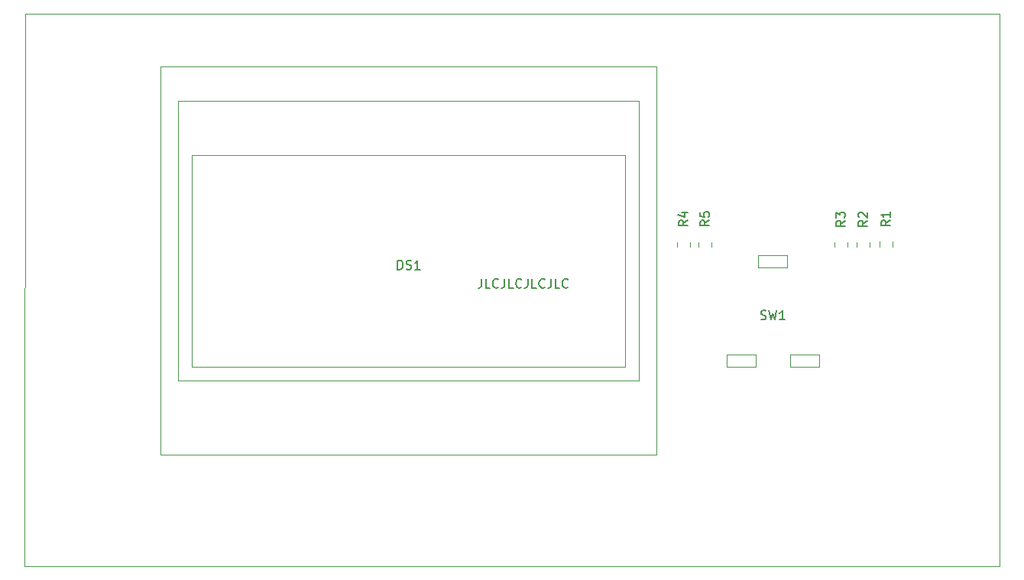
<source format=gbr>
%TF.GenerationSoftware,KiCad,Pcbnew,(5.1.5-0-10_14)*%
%TF.CreationDate,2020-02-25T17:23:16+00:00*%
%TF.ProjectId,Hardware,48617264-7761-4726-952e-6b696361645f,rev?*%
%TF.SameCoordinates,Original*%
%TF.FileFunction,Legend,Top*%
%TF.FilePolarity,Positive*%
%FSLAX46Y46*%
G04 Gerber Fmt 4.6, Leading zero omitted, Abs format (unit mm)*
G04 Created by KiCad (PCBNEW (5.1.5-0-10_14)) date 2020-02-25 17:23:16*
%MOMM*%
%LPD*%
G04 APERTURE LIST*
%ADD10C,0.150000*%
%ADD11C,0.050000*%
%ADD12C,0.120000*%
G04 APERTURE END LIST*
D10*
X118570952Y-55332380D02*
X118570952Y-56046666D01*
X118523333Y-56189523D01*
X118428095Y-56284761D01*
X118285238Y-56332380D01*
X118190000Y-56332380D01*
X119523333Y-56332380D02*
X119047142Y-56332380D01*
X119047142Y-55332380D01*
X120428095Y-56237142D02*
X120380476Y-56284761D01*
X120237619Y-56332380D01*
X120142380Y-56332380D01*
X119999523Y-56284761D01*
X119904285Y-56189523D01*
X119856666Y-56094285D01*
X119809047Y-55903809D01*
X119809047Y-55760952D01*
X119856666Y-55570476D01*
X119904285Y-55475238D01*
X119999523Y-55380000D01*
X120142380Y-55332380D01*
X120237619Y-55332380D01*
X120380476Y-55380000D01*
X120428095Y-55427619D01*
X121142380Y-55332380D02*
X121142380Y-56046666D01*
X121094761Y-56189523D01*
X120999523Y-56284761D01*
X120856666Y-56332380D01*
X120761428Y-56332380D01*
X122094761Y-56332380D02*
X121618571Y-56332380D01*
X121618571Y-55332380D01*
X122999523Y-56237142D02*
X122951904Y-56284761D01*
X122809047Y-56332380D01*
X122713809Y-56332380D01*
X122570952Y-56284761D01*
X122475714Y-56189523D01*
X122428095Y-56094285D01*
X122380476Y-55903809D01*
X122380476Y-55760952D01*
X122428095Y-55570476D01*
X122475714Y-55475238D01*
X122570952Y-55380000D01*
X122713809Y-55332380D01*
X122809047Y-55332380D01*
X122951904Y-55380000D01*
X122999523Y-55427619D01*
X123713809Y-55332380D02*
X123713809Y-56046666D01*
X123666190Y-56189523D01*
X123570952Y-56284761D01*
X123428095Y-56332380D01*
X123332857Y-56332380D01*
X124666190Y-56332380D02*
X124190000Y-56332380D01*
X124190000Y-55332380D01*
X125570952Y-56237142D02*
X125523333Y-56284761D01*
X125380476Y-56332380D01*
X125285238Y-56332380D01*
X125142380Y-56284761D01*
X125047142Y-56189523D01*
X124999523Y-56094285D01*
X124951904Y-55903809D01*
X124951904Y-55760952D01*
X124999523Y-55570476D01*
X125047142Y-55475238D01*
X125142380Y-55380000D01*
X125285238Y-55332380D01*
X125380476Y-55332380D01*
X125523333Y-55380000D01*
X125570952Y-55427619D01*
X126285238Y-55332380D02*
X126285238Y-56046666D01*
X126237619Y-56189523D01*
X126142380Y-56284761D01*
X125999523Y-56332380D01*
X125904285Y-56332380D01*
X127237619Y-56332380D02*
X126761428Y-56332380D01*
X126761428Y-55332380D01*
X128142380Y-56237142D02*
X128094761Y-56284761D01*
X127951904Y-56332380D01*
X127856666Y-56332380D01*
X127713809Y-56284761D01*
X127618571Y-56189523D01*
X127570952Y-56094285D01*
X127523333Y-55903809D01*
X127523333Y-55760952D01*
X127570952Y-55570476D01*
X127618571Y-55475238D01*
X127713809Y-55380000D01*
X127856666Y-55332380D01*
X127951904Y-55332380D01*
X128094761Y-55380000D01*
X128142380Y-55427619D01*
D11*
X152450000Y-52700000D02*
X152450000Y-54100000D01*
X152450000Y-54100000D02*
X149250000Y-54100000D01*
X149250000Y-54100000D02*
X149250000Y-52700000D01*
X149250000Y-52700000D02*
X152450000Y-52700000D01*
X152750000Y-65100000D02*
X152750000Y-63700000D01*
X155950000Y-65100000D02*
X152750000Y-65100000D01*
X155950000Y-63700000D02*
X155950000Y-65100000D01*
X152750000Y-63700000D02*
X155950000Y-63700000D01*
X145750000Y-65100000D02*
X145750000Y-63700000D01*
X148950000Y-65100000D02*
X145750000Y-65100000D01*
X148950000Y-63700000D02*
X148950000Y-65100000D01*
X145750000Y-63700000D02*
X148950000Y-63700000D01*
X68000000Y-26000000D02*
X67950000Y-87150000D01*
X176000000Y-26000000D02*
X68000000Y-26000000D01*
X175950000Y-87150000D02*
X176000000Y-26000000D01*
X67950000Y-87150000D02*
X175950000Y-87150000D01*
D12*
X82990000Y-31840000D02*
X137990000Y-31840000D01*
X86490000Y-41624000D02*
X134490000Y-41624000D01*
X134490000Y-65056000D02*
X86490000Y-65056000D01*
X86490000Y-65056000D02*
X86490000Y-41624000D01*
X134490000Y-65056000D02*
X134490000Y-41624000D01*
X84990000Y-35640000D02*
X84990000Y-66640000D01*
X84990000Y-66640000D02*
X135990000Y-66640000D01*
X135990000Y-66640000D02*
X135990000Y-35640000D01*
X135990000Y-35640000D02*
X84990000Y-35640000D01*
X82990000Y-74840000D02*
X137990000Y-74840000D01*
X82990000Y-31840000D02*
X82990000Y-74840000D01*
X137990000Y-74840000D02*
X137990000Y-31840000D01*
X162690000Y-51238748D02*
X162690000Y-51761252D01*
X164110000Y-51238748D02*
X164110000Y-51761252D01*
X160140000Y-51263748D02*
X160140000Y-51786252D01*
X161560000Y-51263748D02*
X161560000Y-51786252D01*
X159110000Y-51263748D02*
X159110000Y-51786252D01*
X157690000Y-51263748D02*
X157690000Y-51786252D01*
X141660000Y-51263748D02*
X141660000Y-51786252D01*
X140240000Y-51263748D02*
X140240000Y-51786252D01*
X144060000Y-51263748D02*
X144060000Y-51786252D01*
X142640000Y-51263748D02*
X142640000Y-51786252D01*
D10*
X109275714Y-54292380D02*
X109275714Y-53292380D01*
X109513809Y-53292380D01*
X109656666Y-53340000D01*
X109751904Y-53435238D01*
X109799523Y-53530476D01*
X109847142Y-53720952D01*
X109847142Y-53863809D01*
X109799523Y-54054285D01*
X109751904Y-54149523D01*
X109656666Y-54244761D01*
X109513809Y-54292380D01*
X109275714Y-54292380D01*
X110228095Y-54244761D02*
X110370952Y-54292380D01*
X110609047Y-54292380D01*
X110704285Y-54244761D01*
X110751904Y-54197142D01*
X110799523Y-54101904D01*
X110799523Y-54006666D01*
X110751904Y-53911428D01*
X110704285Y-53863809D01*
X110609047Y-53816190D01*
X110418571Y-53768571D01*
X110323333Y-53720952D01*
X110275714Y-53673333D01*
X110228095Y-53578095D01*
X110228095Y-53482857D01*
X110275714Y-53387619D01*
X110323333Y-53340000D01*
X110418571Y-53292380D01*
X110656666Y-53292380D01*
X110799523Y-53340000D01*
X111751904Y-54292380D02*
X111180476Y-54292380D01*
X111466190Y-54292380D02*
X111466190Y-53292380D01*
X111370952Y-53435238D01*
X111275714Y-53530476D01*
X111180476Y-53578095D01*
X163852380Y-48866666D02*
X163376190Y-49200000D01*
X163852380Y-49438095D02*
X162852380Y-49438095D01*
X162852380Y-49057142D01*
X162900000Y-48961904D01*
X162947619Y-48914285D01*
X163042857Y-48866666D01*
X163185714Y-48866666D01*
X163280952Y-48914285D01*
X163328571Y-48961904D01*
X163376190Y-49057142D01*
X163376190Y-49438095D01*
X163852380Y-47914285D02*
X163852380Y-48485714D01*
X163852380Y-48200000D02*
X162852380Y-48200000D01*
X162995238Y-48295238D01*
X163090476Y-48390476D01*
X163138095Y-48485714D01*
X161302380Y-48891666D02*
X160826190Y-49225000D01*
X161302380Y-49463095D02*
X160302380Y-49463095D01*
X160302380Y-49082142D01*
X160350000Y-48986904D01*
X160397619Y-48939285D01*
X160492857Y-48891666D01*
X160635714Y-48891666D01*
X160730952Y-48939285D01*
X160778571Y-48986904D01*
X160826190Y-49082142D01*
X160826190Y-49463095D01*
X160397619Y-48510714D02*
X160350000Y-48463095D01*
X160302380Y-48367857D01*
X160302380Y-48129761D01*
X160350000Y-48034523D01*
X160397619Y-47986904D01*
X160492857Y-47939285D01*
X160588095Y-47939285D01*
X160730952Y-47986904D01*
X161302380Y-48558333D01*
X161302380Y-47939285D01*
X158852380Y-48891666D02*
X158376190Y-49225000D01*
X158852380Y-49463095D02*
X157852380Y-49463095D01*
X157852380Y-49082142D01*
X157900000Y-48986904D01*
X157947619Y-48939285D01*
X158042857Y-48891666D01*
X158185714Y-48891666D01*
X158280952Y-48939285D01*
X158328571Y-48986904D01*
X158376190Y-49082142D01*
X158376190Y-49463095D01*
X157852380Y-48558333D02*
X157852380Y-47939285D01*
X158233333Y-48272619D01*
X158233333Y-48129761D01*
X158280952Y-48034523D01*
X158328571Y-47986904D01*
X158423809Y-47939285D01*
X158661904Y-47939285D01*
X158757142Y-47986904D01*
X158804761Y-48034523D01*
X158852380Y-48129761D01*
X158852380Y-48415476D01*
X158804761Y-48510714D01*
X158757142Y-48558333D01*
X141402380Y-48866666D02*
X140926190Y-49200000D01*
X141402380Y-49438095D02*
X140402380Y-49438095D01*
X140402380Y-49057142D01*
X140450000Y-48961904D01*
X140497619Y-48914285D01*
X140592857Y-48866666D01*
X140735714Y-48866666D01*
X140830952Y-48914285D01*
X140878571Y-48961904D01*
X140926190Y-49057142D01*
X140926190Y-49438095D01*
X140735714Y-48009523D02*
X141402380Y-48009523D01*
X140354761Y-48247619D02*
X141069047Y-48485714D01*
X141069047Y-47866666D01*
X143802380Y-48866666D02*
X143326190Y-49200000D01*
X143802380Y-49438095D02*
X142802380Y-49438095D01*
X142802380Y-49057142D01*
X142850000Y-48961904D01*
X142897619Y-48914285D01*
X142992857Y-48866666D01*
X143135714Y-48866666D01*
X143230952Y-48914285D01*
X143278571Y-48961904D01*
X143326190Y-49057142D01*
X143326190Y-49438095D01*
X142802380Y-47961904D02*
X142802380Y-48438095D01*
X143278571Y-48485714D01*
X143230952Y-48438095D01*
X143183333Y-48342857D01*
X143183333Y-48104761D01*
X143230952Y-48009523D01*
X143278571Y-47961904D01*
X143373809Y-47914285D01*
X143611904Y-47914285D01*
X143707142Y-47961904D01*
X143754761Y-48009523D01*
X143802380Y-48104761D01*
X143802380Y-48342857D01*
X143754761Y-48438095D01*
X143707142Y-48485714D01*
X149516666Y-59804761D02*
X149659523Y-59852380D01*
X149897619Y-59852380D01*
X149992857Y-59804761D01*
X150040476Y-59757142D01*
X150088095Y-59661904D01*
X150088095Y-59566666D01*
X150040476Y-59471428D01*
X149992857Y-59423809D01*
X149897619Y-59376190D01*
X149707142Y-59328571D01*
X149611904Y-59280952D01*
X149564285Y-59233333D01*
X149516666Y-59138095D01*
X149516666Y-59042857D01*
X149564285Y-58947619D01*
X149611904Y-58900000D01*
X149707142Y-58852380D01*
X149945238Y-58852380D01*
X150088095Y-58900000D01*
X150421428Y-58852380D02*
X150659523Y-59852380D01*
X150850000Y-59138095D01*
X151040476Y-59852380D01*
X151278571Y-58852380D01*
X152183333Y-59852380D02*
X151611904Y-59852380D01*
X151897619Y-59852380D02*
X151897619Y-58852380D01*
X151802380Y-58995238D01*
X151707142Y-59090476D01*
X151611904Y-59138095D01*
M02*

</source>
